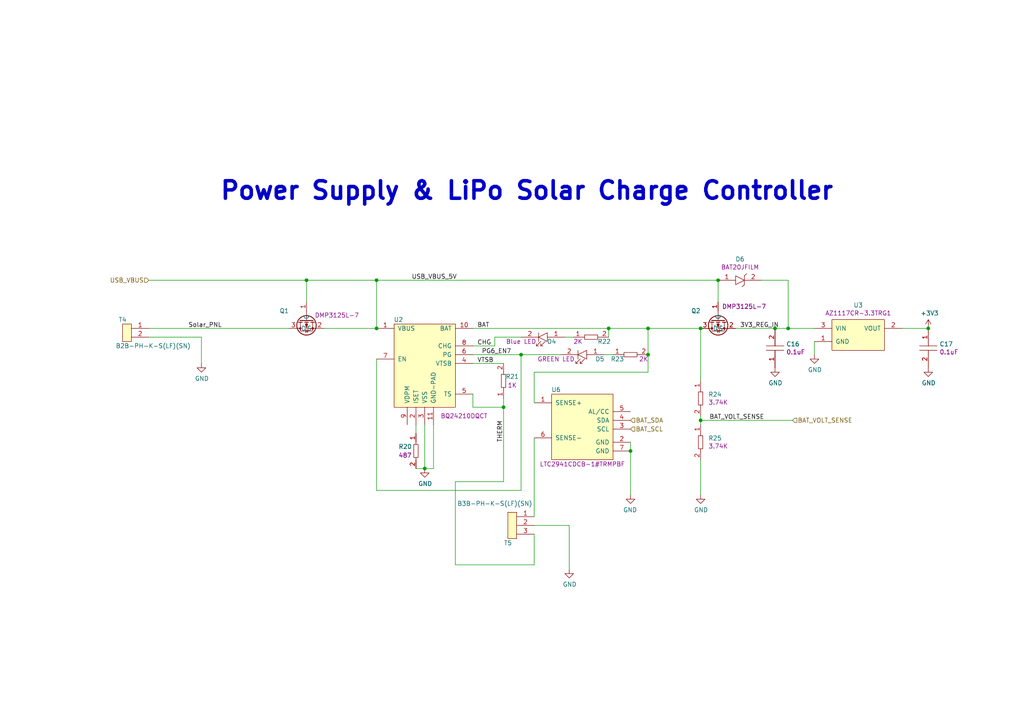
<source format=kicad_sch>
(kicad_sch (version 20231120) (generator "eeschema") (generator_version "8.0")
  (paper "A4")
  (lib_symbols
    (symbol "AVR-KiCAD-Lib-Capacitors:C0402C104K9PACTU" (pin_names (offset 1.016))
      (property "Reference" "C" (at -2.54 2.54 0))
      (property "_Value_" "0.1uF" (at 58.42 63.5 0))
      (symbol "C0402C104K9PACTU_1_1"
        (polyline (pts (xy 0 2.54) (xy 0 -2.54)))
        (polyline (pts (xy 1.27 2.54) (xy 1.27 -2.54)))
        (pin input line (at -5.08 0 0) (length 5.08) (name "~") (number "1"))
        (pin input line (at 6.35 0 180) (length 5.08) (name "~") (number "2"))
      )
    )
    (symbol "AVR-KiCAD-Lib-Capacitors:C0805C104M5RACTU" (pin_names (offset 1.016))
      (property "Reference" "C" (at -2.54 2.54 0))
      (property "_Value_" "0.1uF" (at 58.42 63.5 0))
      (symbol "C0805C104M5RACTU_1_1"
        (polyline (pts (xy 0 2.54) (xy 0 -2.54)))
        (polyline (pts (xy 1.27 2.54) (xy 1.27 -2.54)))
        (pin input line (at -5.08 0 0) (length 5.08) (name "~") (number "1"))
        (pin input line (at 6.35 0 180) (length 5.08) (name "~") (number "2"))
      )
    )
    (symbol "AVR-KiCAD-Lib-Connectors:B2B-PH-K-S(LF)(SN)" (pin_names (offset 1.016))
      (property "Reference" "J" (at 0 1.27 0))
      (property "Value" "B2B-PH-K-S(LF)(SN)" (at 3.81 -11.43 0))
      (symbol "B2B-PH-K-S(LF)(SN)_0_1"
        (rectangle (start 2.54 -5.08) (end 0 0) (fill (type background)))
      )
      (symbol "B2B-PH-K-S(LF)(SN)_1_1"
        (pin passive line (at 7.62 -1.27 180) (length 5.08) (name "~") (number "1"))
        (pin passive line (at 7.62 -3.81 180) (length 5.08) (name "~") (number "2"))
      )
    )
    (symbol "AVR-KiCAD-Lib-Connectors:B3B-PH-K-S(LF)(SN)" (pin_names (offset 1.016))
      (property "Reference" "J" (at 0 1.27 0))
      (property "Value" "B3B-PH-K-S(LF)(SN)" (at 3.81 -11.43 0))
      (symbol "B3B-PH-K-S(LF)(SN)_0_1"
        (rectangle (start 2.54 -7.62) (end 0 0) (fill (type background)))
      )
      (symbol "B3B-PH-K-S(LF)(SN)_1_1"
        (pin passive line (at 7.62 -1.27 180) (length 5.08) (name "~") (number "1"))
        (pin passive line (at 7.62 -3.81 180) (length 5.08) (name "~") (number "2"))
        (pin passive line (at 7.62 -6.35 180) (length 5.08) (name "~") (number "3"))
      )
    )
    (symbol "AVR-KiCAD-Lib-Diodes:BAT20JFILM" (pin_names (offset 1.016))
      (property "Reference" "D" (at -2.54 2.54 0))
      (property "_Value_" "BAT20JFILM" (at 58.42 63.5 0))
      (symbol "BAT20JFILM_0_1"
        (polyline (pts (xy 1.27 -1.27) (xy 0.635 -1.905)))
        (polyline (pts (xy 1.27 1.27) (xy 1.27 -1.27)))
        (polyline (pts (xy 1.27 1.27) (xy 1.905 1.905)))
        (polyline (pts (xy -1.27 1.27) (xy -1.27 -1.27) (xy 1.27 0) (xy -1.27 1.27)))
      )
      (symbol "BAT20JFILM_1_1"
        (pin passive line (at -6.35 0 0) (length 5.08) (name "~") (number "1"))
        (pin passive line (at 6.35 0 180) (length 5.08) (name "~") (number "2"))
      )
    )
    (symbol "AVR-KiCAD-Lib-Diodes:LTST-C194KGKT" (pin_names (offset 1.016))
      (property "Reference" "D" (at -2.54 2.54 0))
      (property "_Value_" "GREEN LED" (at 58.42 63.5 0))
      (symbol "LTST-C194KGKT_0_1"
        (polyline (pts (xy -0.635 1.27) (xy 0.635 2.54)))
        (polyline (pts (xy 0.635 2.54) (xy 0 2.54)))
        (polyline (pts (xy 0.635 2.54) (xy 0.635 1.905)))
        (polyline (pts (xy 1.27 -1.27) (xy 1.27 1.27)))
        (polyline (pts (xy 1.905 2.54) (xy 1.905 1.905)))
        (polyline (pts (xy 0.635 1.27) (xy 1.905 2.54) (xy 1.27 2.54)))
        (polyline (pts (xy -1.27 1.27) (xy -1.27 -1.27) (xy 1.27 0) (xy -1.27 1.27)))
      )
      (symbol "LTST-C194KGKT_1_1"
        (pin passive line (at -6.35 0 0) (length 5.08) (name "~") (number "1"))
        (pin passive line (at 6.35 0 180) (length 5.08) (name "~") (number "2"))
      )
    )
    (symbol "AVR-KiCAD-Lib-Diodes:LTST-C194TBKT" (pin_names (offset 1.016))
      (property "Reference" "D" (at -2.54 2.54 0))
      (property "_Value_" "Blue LED" (at 58.42 63.5 0))
      (symbol "LTST-C194TBKT_0_1"
        (polyline (pts (xy -0.635 1.27) (xy 0.635 2.54)))
        (polyline (pts (xy 0.635 2.54) (xy 0 2.54)))
        (polyline (pts (xy 0.635 2.54) (xy 0.635 1.905)))
        (polyline (pts (xy 1.27 -1.27) (xy 1.27 1.27)))
        (polyline (pts (xy 1.905 2.54) (xy 1.905 1.905)))
        (polyline (pts (xy 0.635 1.27) (xy 1.905 2.54) (xy 1.27 2.54)))
        (polyline (pts (xy -1.27 1.27) (xy -1.27 -1.27) (xy 1.27 0) (xy -1.27 1.27)))
      )
      (symbol "LTST-C194TBKT_1_1"
        (pin passive line (at -6.35 0 0) (length 5.08) (name "~") (number "1"))
        (pin passive line (at 6.35 0 180) (length 5.08) (name "~") (number "2"))
      )
    )
    (symbol "AVR-KiCAD-Lib-ICs:AZ1117CR-3.3TRG1" (pin_names (offset 1.016))
      (property "Reference" "U" (at 0 1.27 0))
      (property "_Value_" "AZ1117CR-3.3TRG1" (at 58.42 63.5 0))
      (symbol "AZ1117CR-3.3TRG1_1_1"
        (rectangle (start 0 0) (end 15.24 -8.89) (fill (type background)))
        (pin passive line (at -5.08 -6.35 0) (length 5.08) (name "GND") (number "1"))
        (pin power_out line (at 20.32 -2.54 180) (length 5.08) (name "VOUT") (number "2"))
        (pin power_in line (at -5.08 -2.54 0) (length 5.08) (name "VIN") (number "3"))
      )
    )
    (symbol "AVR-KiCAD-Lib-ICs:BQ24210DQCT" (pin_names (offset 1.016))
      (property "Reference" "U" (at 0 1.27 0))
      (property "_Value_" "BQ24210DQCT" (at 58.42 63.5 0))
      (symbol "BQ24210DQCT_1_1"
        (rectangle (start 0 0) (end 17.78 -24.13) (fill (type background)))
        (pin input line (at -5.08 -1.27 0) (length 5.08) (name "VBUS") (number "1"))
        (pin input line (at 22.86 -1.27 180) (length 5.08) (name "BAT") (number "10"))
        (pin input line (at 11.43 -29.21 90) (length 5.08) (name "GND-PAD") (number "11"))
        (pin input line (at 6.35 -29.21 90) (length 5.08) (name "ISET") (number "2"))
        (pin input line (at 8.89 -29.21 90) (length 5.08) (name "VSS") (number "3"))
        (pin input line (at 22.86 -11.43 180) (length 5.08) (name "VTSB") (number "4"))
        (pin input line (at 22.86 -20.32 180) (length 5.08) (name "TS") (number "5"))
        (pin input line (at 22.86 -8.89 180) (length 5.08) (name "PG") (number "6"))
        (pin input line (at -5.08 -10.16 0) (length 5.08) (name "EN") (number "7"))
        (pin input line (at 22.86 -6.35 180) (length 5.08) (name "CHG") (number "8"))
        (pin input line (at 3.81 -29.21 90) (length 5.08) (name "VDPM") (number "9"))
      )
    )
    (symbol "AVR-KiCAD-Lib-ICs:LTC2941CDCB-1#TRMPBF" (pin_names (offset 1.016))
      (property "Reference" "U" (at 1.27 1.27 0))
      (property "_Value_" "LTC2941CDCB-1#TRMPBF" (at 11.43 -20.32 0))
      (symbol "LTC2941CDCB-1#TRMPBF_0_1"
        (rectangle (start 0 0) (end 17.78 -19.05) (fill (type background)))
      )
      (symbol "LTC2941CDCB-1#TRMPBF_1_1"
        (pin input line (at 22.86 -2.54 180) (length 5.08) (name "SENSE+") (number "1"))
        (pin passive line (at -5.08 -13.97 0) (length 5.08) (name "GND") (number "2"))
        (pin input line (at -5.08 -10.16 0) (length 5.08) (name "SCL") (number "3"))
        (pin bidirectional line (at -5.08 -7.62 0) (length 5.08) (name "SDA") (number "4"))
        (pin output line (at -5.08 -5.08 0) (length 5.08) (name "AL/CC") (number "5"))
        (pin input line (at 22.86 -12.7 180) (length 5.08) (name "SENSE-") (number "6"))
        (pin passive line (at -5.08 -16.51 0) (length 5.08) (name "GND") (number "7"))
      )
    )
    (symbol "AVR-KiCAD-Lib-Resistors:ERA-3AEB3741V" (pin_names (offset 1.016))
      (property "Reference" "R" (at -2.54 2.54 0))
      (property "Value" "ERA-3AEB3741V" (at 1.27 5.08 0))
      (property "_Value_" "3.74K" (at 58.42 63.5 0))
      (symbol "ERA-3AEB3741V_0_1"
        (rectangle (start -1.905 0.635) (end 1.905 -0.635))
        (polyline (pts (xy -2.54 0) (xy -1.905 0)))
        (polyline (pts (xy -1.905 0) (xy -1.905 0)))
        (polyline (pts (xy 1.905 0) (xy 1.905 0)))
        (polyline (pts (xy 2.54 0) (xy 1.905 0)))
      )
      (symbol "ERA-3AEB3741V_1_1"
        (pin passive line (at -5.08 0 0) (length 2.5146) (name "~") (number "1"))
        (pin passive line (at 5.08 0 180) (length 2.5146) (name "~") (number "2"))
      )
    )
    (symbol "AVR-KiCAD-Lib-Resistors:RC0402FR-071KL" (pin_names (offset 1.016))
      (property "Reference" "R" (at -2.54 2.54 0))
      (property "Value" "RC0402FR-071KL" (at 1.27 5.08 0))
      (property "_Value_" "1K" (at 58.42 63.5 0))
      (symbol "RC0402FR-071KL_0_1"
        (rectangle (start -1.905 0.635) (end 1.905 -0.635))
        (polyline (pts (xy -2.54 0) (xy -1.905 0)))
        (polyline (pts (xy -1.905 0) (xy -1.905 0)))
        (polyline (pts (xy 1.905 0) (xy 1.905 0)))
        (polyline (pts (xy 2.54 0) (xy 1.905 0)))
      )
      (symbol "RC0402FR-071KL_1_1"
        (pin passive line (at -5.08 0 0) (length 2.5146) (name "~") (number "1"))
        (pin passive line (at 5.08 0 180) (length 2.5146) (name "~") (number "2"))
      )
    )
    (symbol "AVR-KiCAD-Lib-Resistors:RC0402FR-072KL" (pin_names (offset 1.016))
      (property "Reference" "R" (at -2.54 2.54 0))
      (property "Value" "RC0402FR-072KL" (at 1.27 5.08 0))
      (property "_Value_" "2K" (at 58.42 63.5 0))
      (symbol "RC0402FR-072KL_0_1"
        (rectangle (start -1.905 0.635) (end 1.905 -0.635))
        (polyline (pts (xy -2.54 0) (xy -1.905 0)))
        (polyline (pts (xy -1.905 0) (xy -1.905 0)))
        (polyline (pts (xy 1.905 0) (xy 1.905 0)))
        (polyline (pts (xy 2.54 0) (xy 1.905 0)))
      )
      (symbol "RC0402FR-072KL_1_1"
        (pin passive line (at -5.08 0 0) (length 2.5146) (name "~") (number "1"))
        (pin passive line (at 5.08 0 180) (length 2.5146) (name "~") (number "2"))
      )
    )
    (symbol "AVR-KiCAD-Lib-Resistors:RC0402FR-07487RL" (pin_names (offset 1.016))
      (property "Reference" "R" (at -2.54 2.54 0))
      (property "Value" "RC0402FR-07487RL" (at 1.27 5.08 0))
      (property "_Value_" "487" (at 58.42 63.5 0))
      (symbol "RC0402FR-07487RL_0_1"
        (rectangle (start -1.905 0.635) (end 1.905 -0.635))
        (polyline (pts (xy -2.54 0) (xy -1.905 0)))
        (polyline (pts (xy -1.905 0) (xy -1.905 0)))
        (polyline (pts (xy 1.905 0) (xy 1.905 0)))
        (polyline (pts (xy 2.54 0) (xy 1.905 0)))
      )
      (symbol "RC0402FR-07487RL_1_1"
        (pin passive line (at -5.08 0 0) (length 2.5146) (name "~") (number "1"))
        (pin passive line (at 5.08 0 180) (length 2.5146) (name "~") (number "2"))
      )
    )
    (symbol "AVR-KiCAD-Lib-Transistors:DMP3125L-7" (pin_names (offset 1.016))
      (property "Reference" "Q?" (at -3.81 3.81 0))
      (property "_Value_" "DMP3125L-7" (at 58.42 63.5 0))
      (symbol "DMP3125L-7_1_1"
        (circle (center -0.889 0) (radius 2.8194) (stroke (width 0.254)))
        (circle (center 0 -1.778) (radius 0.2794) (fill (type outline)))
        (polyline (pts (xy -5.08 0) (xy -2.286 0)))
        (polyline (pts (xy -1.778 -1.778) (xy 0 -1.778)))
        (polyline (pts (xy -1.778 -1.27) (xy -1.778 -2.286)) (stroke (width 0.254)))
        (polyline (pts (xy -1.778 0) (xy 0 0)))
        (polyline (pts (xy -1.778 0.508) (xy -1.778 -0.508)) (stroke (width 0.254)))
        (polyline (pts (xy -1.778 1.778) (xy 0 1.778)))
        (polyline (pts (xy -1.778 2.286) (xy -1.778 1.27)) (stroke (width 0.254)))
        (polyline (pts (xy 0 -1.778) (xy 0 -2.54)))
        (polyline (pts (xy 0 -1.778) (xy 0 0)))
        (polyline (pts (xy 0 2.54) (xy 0 1.778)))
        (polyline (pts (xy -2.286 1.905) (xy -2.286 -1.905) (xy -2.286 -1.905)) (stroke (width 0.254)))
        (polyline (pts (xy -0.254 0) (xy -1.27 -0.381) (xy -1.27 0.381) (xy -0.254 0)) (fill (type outline)))
        (polyline (pts (xy 0 -1.778) (xy 0.762 -1.778) (xy 0.762 1.778) (xy 0 1.778)))
        (polyline (pts (xy 0.254 -0.508) (xy 0.381 -0.381) (xy 1.143 -0.381) (xy 1.27 -0.254)))
        (polyline (pts (xy 0.762 -0.381) (xy 0.381 0.254) (xy 1.143 0.254) (xy 0.762 -0.381)))
        (circle (center 0 1.778) (radius 0.2794) (fill (type outline)))
        (pin input line (at -7.62 0 0) (length 2.54) (name "G") (number "1"))
        (pin passive line (at 0 -5.08 90) (length 2.54) (name "S") (number "2"))
        (pin passive line (at 0 5.08 270) (length 2.54) (name "D") (number "3"))
      )
    )
    (symbol "agricoltura-SunLeaf-S1G-rescue:+3V3-power" (power) (pin_names (offset 0))
      (property "Value" "power_+3V3" (at 0 3.556 0))
      (symbol "+3V3-power_0_1"
        (polyline (pts (xy -0.762 1.27) (xy 0 2.54)))
        (polyline (pts (xy 0 0) (xy 0 2.54)))
        (polyline (pts (xy 0 2.54) (xy 0.762 1.27)))
      )
      (symbol "+3V3-power_1_1"
        (pin power_in line (at 0 0 90) (length 0) hide (name "+3V3") (number "1"))
      )
    )
    (symbol "agricoltura-SunLeaf-S1G-rescue:GND-power" (power) (pin_names (offset 0))
      (property "Value" "power_GND" (at 0 -3.81 0))
      (symbol "GND-power_0_1"
        (polyline (pts (xy 0 0) (xy 0 -1.27) (xy 1.27 -1.27) (xy 0 -2.54) (xy -1.27 -1.27) (xy 0 -1.27)))
      )
      (symbol "GND-power_1_1"
        (pin power_in line (at 0 0 270) (length 0) hide (name "GND") (number "1"))
      )
    )
  )
  (junction (at 224.79 95.25))
  (junction (at 151.13 102.87))
  (junction (at 208.28 81.28))
  (junction (at 187.96 102.87))
  (junction (at 176.53 95.25))
  (junction (at 269.24 95.25))
  (junction (at 146.05 118.11))
  (junction (at 203.2 121.92))
  (junction (at 187.96 95.25))
  (junction (at 88.9 81.28))
  (junction (at 203.2 95.25))
  (junction (at 109.22 95.25))
  (junction (at 182.88 130.81))
  (junction (at 123.19 135.89))
  (junction (at 109.22 81.28))
  (junction (at 228.6 95.25))
  (wire (pts (xy 187.96 95.25) (xy 203.2 95.25)))
  (wire (pts (xy 208.28 81.28) (xy 208.28 87.63)))
  (wire (pts (xy 165.1 152.4) (xy 165.1 165.1)))
  (wire (pts (xy 88.9 81.28) (xy 43.18 81.28)))
  (wire (pts (xy 120.65 135.89) (xy 123.19 135.89)))
  (wire (pts (xy 151.13 142.24) (xy 109.22 142.24)))
  (wire (pts (xy 154.94 116.84) (xy 154.94 107.95)))
  (wire (pts (xy 137.16 100.33) (xy 143.51 100.33)))
  (wire (pts (xy 109.22 142.24) (xy 109.22 104.14)))
  (wire (pts (xy 88.9 87.63) (xy 88.9 81.28)))
  (wire (pts (xy 132.08 139.7) (xy 146.05 139.7)))
  (wire (pts (xy 146.05 118.11) (xy 146.05 139.7)))
  (wire (pts (xy 43.18 97.79) (xy 58.42 97.79)))
  (wire (pts (xy 203.2 121.92) (xy 203.2 123.19)))
  (wire (pts (xy 203.2 120.65) (xy 203.2 121.92)))
  (wire (pts (xy 154.94 152.4) (xy 165.1 152.4)))
  (wire (pts (xy 213.36 95.25) (xy 224.79 95.25)))
  (wire (pts (xy 58.42 97.79) (xy 58.42 105.41)))
  (wire (pts (xy 109.22 95.25) (xy 109.22 81.28)))
  (wire (pts (xy 154.94 107.95) (xy 187.96 107.95)))
  (wire (pts (xy 176.53 97.79) (xy 176.53 95.25)))
  (wire (pts (xy 176.53 95.25) (xy 187.96 95.25)))
  (wire (pts (xy 151.13 102.87) (xy 151.13 142.24)))
  (wire (pts (xy 154.94 163.83) (xy 154.94 154.94)))
  (wire (pts (xy 137.16 95.25) (xy 176.53 95.25)))
  (wire (pts (xy 43.18 95.25) (xy 83.82 95.25)))
  (wire (pts (xy 132.08 163.83) (xy 154.94 163.83)))
  (wire (pts (xy 132.08 163.83) (xy 132.08 139.7)))
  (wire (pts (xy 137.16 118.11) (xy 146.05 118.11)))
  (wire (pts (xy 261.62 95.25) (xy 269.24 95.25)))
  (wire (pts (xy 123.19 123.19) (xy 123.19 135.89)))
  (wire (pts (xy 146.05 118.11) (xy 146.05 115.57)))
  (wire (pts (xy 137.16 102.87) (xy 151.13 102.87)))
  (wire (pts (xy 203.2 121.92) (xy 229.87 121.92)))
  (wire (pts (xy 203.2 133.35) (xy 203.2 143.51)))
  (wire (pts (xy 125.73 135.89) (xy 125.73 123.19)))
  (wire (pts (xy 109.22 81.28) (xy 88.9 81.28)))
  (wire (pts (xy 228.6 81.28) (xy 228.6 95.25)))
  (wire (pts (xy 163.83 97.79) (xy 166.37 97.79)))
  (wire (pts (xy 208.28 81.28) (xy 109.22 81.28)))
  (wire (pts (xy 187.96 102.87) (xy 187.96 95.25)))
  (wire (pts (xy 123.19 135.89) (xy 125.73 135.89)))
  (wire (pts (xy 182.88 130.81) (xy 182.88 143.51)))
  (wire (pts (xy 120.65 123.19) (xy 120.65 125.73)))
  (wire (pts (xy 187.96 107.95) (xy 187.96 102.87)))
  (wire (pts (xy 143.51 97.79) (xy 143.51 100.33)))
  (wire (pts (xy 151.13 97.79) (xy 143.51 97.79)))
  (wire (pts (xy 154.94 149.86) (xy 154.94 127)))
  (wire (pts (xy 236.22 99.06) (xy 236.22 102.87)))
  (wire (pts (xy 151.13 102.87) (xy 162.56 102.87)))
  (wire (pts (xy 203.2 95.25) (xy 203.2 110.49)))
  (wire (pts (xy 224.79 95.25) (xy 228.6 95.25)))
  (wire (pts (xy 182.88 128.27) (xy 182.88 130.81)))
  (wire (pts (xy 137.16 105.41) (xy 146.05 105.41)))
  (wire (pts (xy 137.16 114.3) (xy 137.16 118.11)))
  (wire (pts (xy 175.26 102.87) (xy 177.8 102.87)))
  (wire (pts (xy 220.98 81.28) (xy 228.6 81.28)))
  (wire (pts (xy 109.22 95.25) (xy 93.98 95.25)))
  (wire (pts (xy 228.6 95.25) (xy 236.22 95.25)))
  (text "Power Supply & LiPo Solar Charge Controller" (at 63.5 58.42 0) (effects (font (size 5.08 5.08) (thickness 1.016) (bold yes)) (justify left bottom)))
  (label "CHG" (at 138.43 100.33 0))
  (label "3V3_REG_IN" (at 214.63 95.25 0))
  (label "THERM" (at 146.05 128.27 90))
  (label "PG6_EN7" (at 139.7 102.87 0))
  (label "USB_VBUS_5V" (at 119.38 81.28 0))
  (label "VTSB" (at 138.43 105.41 0))
  (label "BAT" (at 138.43 95.25 0))
  (label "BAT_VOLT_SENSE" (at 205.74 121.92 0))
  (label "Solar_PNL" (at 54.61 95.25 0))
  (hierarchical_label "BAT_SDA" (shape input) (at 182.88 121.92 0))
  (hierarchical_label "USB_VBUS" (shape input) (at 43.18 81.28 180))
  (hierarchical_label "BAT_SCL" (shape input) (at 182.88 124.46 0))
  (hierarchical_label "BAT_VOLT_SENSE" (shape input) (at 229.87 121.92 0))
  (symbol (lib_id "AVR-KiCAD-Lib-Transistors:DMP3125L-7") (at 88.9 95.25 90) (mirror x) (unit 1)
    (property "Reference" "Q1" (at 83.82 90.17 90) (effects (justify left)))
    (property "Value" "DMP3125L-7" (effects (hide yes)))
    (property "Footprint" "growbox-KiCAD-Transistors:SOT-23" (effects (hide yes)))
    (property "Datasheet" "https://www.diodes.com/assets/Datasheets/DMP3125L.pdf" (effects (hide yes)))
    (property "Cost QTY: 1" "0.46000" (effects (hide yes)))
    (property "Cost QTY: 1000" "0.09759" (effects (hide yes)))
    (property "Cost QTY: 2500" "*" (effects (hide yes)))
    (property "Cost QTY: 5000" "0.08324" (effects (hide yes)))
    (property "Cost QTY: 10000" "0.07624" (effects (hide yes)))
    (property "MFR" "Diodes Incorporated" (effects (hide yes)))
    (property "MFR#" "DMP3125L-7" (effects (hide yes)))
    (property "Vendor" "Digikey" (effects (hide yes)))
    (property "Vendor #" "DMP3125L-7DICT-ND" (effects (hide yes)))
    (property "Designer" "AVR" (effects (hide yes)))
    (property "Height" "1.10mm" (effects (hide yes)))
    (property "Date Created" "3/1/2020" (effects (hide yes)))
    (property "Date Modified" "3/1/2020" (effects (hide yes)))
    (property "Lead-Free ?" "Yes" (effects (hide yes)))
    (property "RoHS Levels" "1" (effects (hide yes)))
    (property "Mounting" "SMT" (effects (hide yes)))
    (property "Pin Count #" "3" (effects (hide yes)))
    (property "Status" "Active" (effects (hide yes)))
    (property "Tolerance" "*" (effects (hide yes)))
    (property "Type" "P-Channel MOSFET" (effects (hide yes)))
    (property "Voltage" "20V" (effects (hide yes)))
    (property "Package" "SOT23" (effects (hide yes)))
    (property "Description" "P-Channel 30V 2.5A (Ta) 650mW (Ta) Surface Mount SOT-23" (effects (hide yes)))
    (property "_Value_" "DMP3125L-7" (at 104.14 91.44 90) (effects (justify left)))
    (property "Management_ID" "*" (effects (hide yes)))
  )
  (symbol (lib_id "AVR-KiCAD-Lib-ICs:BQ24210DQCT") (at 114.3 93.98 0) (unit 1)
    (property "Reference" "U2" (at 115.57 92.71 0))
    (property "Value" "BQ24210DQCT" (effects (hide yes)))
    (property "Footprint" "growbox-KiCAD-ICs:BQ24210" (effects (hide yes)))
    (property "Datasheet" "http://www.ti.com/general/docs/suppproductinfo.tsp?distId=10&gotoUrl=http%3A%2F%2Fwww.ti.com%2Flit%2Fgpn%2Fbq24210" (effects (hide yes)))
    (property "Cost QTY: 1" "2.95000" (effects (hide yes)))
    (property "Cost QTY: 1000" "*" (effects (hide yes)))
    (property "Cost QTY: 2500" "*" (effects (hide yes)))
    (property "Cost QTY: 5000" "*" (effects (hide yes)))
    (property "Cost QTY: 10000" "*" (effects (hide yes)))
    (property "MFR" "Texas Instruments" (effects (hide yes)))
    (property "MFR#" "BQ24210DQCT" (effects (hide yes)))
    (property "Vendor" "Digikey" (effects (hide yes)))
    (property "Vendor #" "296-28738-1-ND" (effects (hide yes)))
    (property "Designer" "AVR" (effects (hide yes)))
    (property "Height" "0.8mm" (effects (hide yes)))
    (property "Date Created" "6/4/2020" (effects (hide yes)))
    (property "Date Modified" "6/4/2020" (effects (hide yes)))
    (property "Lead-Free ?" "Yes" (effects (hide yes)))
    (property "RoHS Levels" "1" (effects (hide yes)))
    (property "Mounting" "SMT" (effects (hide yes)))
    (property "Pin Count #" "10" (effects (hide yes)))
    (property "Status" "Active" (effects (hide yes)))
    (property "Tolerance" "*" (effects (hide yes)))
    (property "Type" "Battery Charger and BMS" (effects (hide yes)))
    (property "Voltage" "18V MAX IN, 4.2V BATT MAX" (effects (hide yes)))
    (property "Package" "WSON10" (effects (hide yes)))
    (property "Description" "Charger IC Lithium-Ion 10-WSON (3x2)" (effects (hide yes)))
    (property "_Value_" "BQ24210DQCT" (at 134.62 120.65 0))
    (property "Management_ID" "*" (effects (hide yes)))
  )
  (symbol (lib_id "AVR-KiCAD-Lib-Diodes:LTST-C194TBKT") (at 157.48 97.79 180) (unit 1)
    (property "Reference" "D4" (at 160.02 99.06 0))
    (property "Value" "LTST-C194TBKT" (effects (hide yes)))
    (property "Footprint" "AVR-KiCAD-Lib-Diodes:LED0603" (effects (hide yes)))
    (property "Datasheet" "http://optoelectronics.liteon.com/upload/download/DS22-2010-0025/LTST-C194TBKT.PDF" (effects (hide yes)))
    (property "Cost QTY: 1" "0.42000" (effects (hide yes)))
    (property "Cost QTY: 1000" "0.07797" (effects (hide yes)))
    (property "Cost QTY: 2500" "*" (effects (hide yes)))
    (property "Cost QTY: 5000" "0.06102" (effects (hide yes)))
    (property "Cost QTY: 10000" "0.05424" (effects (hide yes)))
    (property "MFR" "Lite-On Inc." (effects (hide yes)))
    (property "MFR#" "LTST-C194TBKT" (effects (hide yes)))
    (property "Vendor" "Digikey" (effects (hide yes)))
    (property "Vendor #" "160-1837-2-ND" (effects (hide yes)))
    (property "Designer" "AVR" (effects (hide yes)))
    (property "Height" "0.45mm" (effects (hide yes)))
    (property "Date Created" "3/1/2020" (effects (hide yes)))
    (property "Date Modified" "3/1/2020" (effects (hide yes)))
    (property "Lead-Free ?" "Yes" (effects (hide yes)))
    (property "RoHS Levels" "1" (effects (hide yes)))
    (property "Mounting" "SMT" (effects (hide yes)))
    (property "Pin Count #" "2" (effects (hide yes)))
    (property "Status" "Active" (effects (hide yes)))
    (property "Tolerance" "*" (effects (hide yes)))
    (property "Type" "Blue LED Colorless" (effects (hide yes)))
    (property "Voltage" "3.3V" (effects (hide yes)))
    (property "Package" "0603" (effects (hide yes)))
    (property "Description" "Blue 468nm LED Indication - Discrete 3.3V 0603 (1608 Metric)" (effects (hide yes)))
    (property "_Value_" "Blue LED" (at 151.13 99.06 0))
    (property "Management_ID" "*" (effects (hide yes)))
  )
  (symbol (lib_id "AVR-KiCAD-Lib-Resistors:RC0402FR-072KL") (at 171.45 97.79 0) (unit 1)
    (property "Reference" "R22" (at 175.26 99.06 0))
    (property "Value" "RC0402FR-072KL" (effects (hide yes)))
    (property "Footprint" "AVR-KiCAD-Lib-Resistors:R0402" (effects (hide yes)))
    (property "Datasheet" "https://www.yageo.com/upload/media/product/productsearch/datasheet/rchip/PYu-RC_Group_51_RoHS_L_10.pdf" (effects (hide yes)))
    (property "Cost QTY: 1" "0.10000" (effects (hide yes)))
    (property "Cost QTY: 1000" "0.00289" (effects (hide yes)))
    (property "Cost QTY: 2500" "0.00251" (effects (hide yes)))
    (property "Cost QTY: 5000" "0.00207" (effects (hide yes)))
    (property "Cost QTY: 10000" "0.00163" (effects (hide yes)))
    (property "MFR" "Yageo" (effects (hide yes)))
    (property "MFR#" "RC0402FR-072KL" (effects (hide yes)))
    (property "Vendor" "Digikey" (effects (hide yes)))
    (property "Vendor #" "311-2KLRCT-ND" (effects (hide yes)))
    (property "Designer" "AVR" (effects (hide yes)))
    (property "Height" "0.4mm" (effects (hide yes)))
    (property "Date Created" "7/6/2020" (effects (hide yes)))
    (property "Date Modified" "7/6/2020" (effects (hide yes)))
    (property "Lead-Free ?" "Yes" (effects (hide yes)))
    (property "RoHS Levels" "1" (effects (hide yes)))
    (property "Mounting" "SMT" (effects (hide yes)))
    (property "Pin Count #" "2" (effects (hide yes)))
    (property "Status" "Active" (effects (hide yes)))
    (property "Tolerance" "1%" (effects (hide yes)))
    (property "Type" "Resistor" (effects (hide yes)))
    (property "Voltage" "*" (effects (hide yes)))
    (property "Package" "0402" (effects (hide yes)))
    (property "_Value_" "2K" (at 167.64 99.06 0))
    (property "Description" "2 kOhms ±1% 0.063W, 1/16W Chip Resistor 0402 (1005 Metric) Moisture Resistant Thick Film" (effects (hide yes)))
    (property "Management_ID" "*" (effects (hide yes)))
  )
  (symbol (lib_id "AVR-KiCAD-Lib-Resistors:RC0402FR-072KL") (at 182.88 102.87 0) (unit 1)
    (property "Reference" "R23" (at 179.07 104.14 0))
    (property "Value" "RC0402FR-072KL" (effects (hide yes)))
    (property "Footprint" "AVR-KiCAD-Lib-Resistors:R0402" (effects (hide yes)))
    (property "Datasheet" "https://www.yageo.com/upload/media/product/productsearch/datasheet/rchip/PYu-RC_Group_51_RoHS_L_10.pdf" (effects (hide yes)))
    (property "Cost QTY: 1" "0.10000" (effects (hide yes)))
    (property "Cost QTY: 1000" "0.00289" (effects (hide yes)))
    (property "Cost QTY: 2500" "0.00251" (effects (hide yes)))
    (property "Cost QTY: 5000" "0.00207" (effects (hide yes)))
    (property "Cost QTY: 10000" "0.00163" (effects (hide yes)))
    (property "MFR" "Yageo" (effects (hide yes)))
    (property "MFR#" "RC0402FR-072KL" (effects (hide yes)))
    (property "Vendor" "Digikey" (effects (hide yes)))
    (property "Vendor #" "311-2KLRCT-ND" (effects (hide yes)))
    (property "Designer" "AVR" (effects (hide yes)))
    (property "Height" "0.4mm" (effects (hide yes)))
    (property "Date Created" "7/6/2020" (effects (hide yes)))
    (property "Date Modified" "7/6/2020" (effects (hide yes)))
    (property "Lead-Free ?" "Yes" (effects (hide yes)))
    (property "RoHS Levels" "1" (effects (hide yes)))
    (property "Mounting" "SMT" (effects (hide yes)))
    (property "Pin Count #" "2" (effects (hide yes)))
    (property "Status" "Active" (effects (hide yes)))
    (property "Tolerance" "1%" (effects (hide yes)))
    (property "Type" "Resistor" (effects (hide yes)))
    (property "Voltage" "*" (effects (hide yes)))
    (property "Package" "0402" (effects (hide yes)))
    (property "_Value_" "2K" (at 186.69 104.14 0))
    (property "Description" "2 kOhms ±1% 0.063W, 1/16W Chip Resistor 0402 (1005 Metric) Moisture Resistant Thick Film" (effects (hide yes)))
    (property "Management_ID" "*" (effects (hide yes)))
  )
  (symbol (lib_id "AVR-KiCAD-Lib-Resistors:RC0402FR-071KL") (at 146.05 110.49 90) (unit 1)
    (property "Reference" "R21" (at 148.59 109.22 90))
    (property "Value" "RC0402FR-071KL" (effects (hide yes)))
    (property "Footprint" "AVR-KiCAD-Lib-Resistors:R0402" (effects (hide yes)))
    (property "Datasheet" "https://www.yageo.com/upload/media/product/productsearch/datasheet/rchip/PYu-RC_Group_51_RoHS_L_10.pdf" (effects (hide yes)))
    (property "Cost QTY: 1" "0.10000" (effects (hide yes)))
    (property "Cost QTY: 1000" "0.00289" (effects (hide yes)))
    (property "Cost QTY: 2500" "0.00251" (effects (hide yes)))
    (property "Cost QTY: 5000" "0.00207" (effects (hide yes)))
    (property "Cost QTY: 10000" "0.00163" (effects (hide yes)))
    (property "MFR" "Yageo" (effects (hide yes)))
    (property "MFR#" "RC0402FR-071KL" (effects (hide yes)))
    (property "Vendor" "Digikey" (effects (hide yes)))
    (property "Vendor #" "311-1.00KLRTR-ND" (effects (hide yes)))
    (property "Designer" "AVR" (effects (hide yes)))
    (property "Height" "0.4mm" (effects (hide yes)))
    (property "Date Created" "12/11/2019" (effects (hide yes)))
    (property "Date Modified" "12/11/2019" (effects (hide yes)))
    (property "Lead-Free ?" "Yes" (effects (hide yes)))
    (property "RoHS Levels" "1" (effects (hide yes)))
    (property "Mounting" "SMT" (effects (hide yes)))
    (property "Pin Count #" "2" (effects (hide yes)))
    (property "Status" "Active" (effects (hide yes)))
    (property "Tolerance" "1%" (effects (hide yes)))
    (property "Type" "Thick Film Resistor" (effects (hide yes)))
    (property "Voltage" "*" (effects (hide yes)))
    (property "Package" "0402" (effects (hide yes)))
    (property "_Value_" "1K" (at 148.59 111.76 90))
    (property "Management_ID" "*" (effects (hide yes)))
    (property "Description" " kOhms ±1% 0.063W, 1/16W Chip Resistor 0402 (1005 Metric) Moisture Resistant Thick Film" (effects (hide yes)))
  )
  (symbol (lib_id "AVR-KiCAD-Lib-ICs:AZ1117CR-3.3TRG1") (at 241.3 92.71 0) (unit 1)
    (property "Reference" "U3" (at 248.92 88.519 0))
    (property "Value" "AZ1117CR-3.3TRG1" (effects (hide yes)))
    (property "Footprint" "AVR-KiCAD-Lib-ICs:SOT_89" (effects (hide yes)))
    (property "Datasheet" "https://www.diodes.com/assets/Datasheets/AZ1117C.pdf" (effects (hide yes)))
    (property "Cost QTY: 1" "0.40000" (effects (hide yes)))
    (property "Cost QTY: 1000" "0.09898" (effects (hide yes)))
    (property "Cost QTY: 2500" "*" (effects (hide yes)))
    (property "Cost QTY: 5000" "0.08413" (effects (hide yes)))
    (property "Cost QTY: 10000" "0.07671" (effects (hide yes)))
    (property "MFR" "Diodes Incorporated" (effects (hide yes)))
    (property "MFR#" "AZ1117CR-3.3TRG1" (effects (hide yes)))
    (property "Vendor" "Digikey" (effects (hide yes)))
    (property "Vendor #" "AZ1117CR-3.3TRG1DITR-ND" (effects (hide yes)))
    (property "Designer" "AVR" (effects (hide yes)))
    (property "Height" "1.6mm" (effects (hide yes)))
    (property "Date Created" "7/9/2020" (effects (hide yes)))
    (property "Date Modified" "7/9/2020" (effects (hide yes)))
    (property "Lead-Free ?" "Yes" (effects (hide yes)))
    (property "RoHS Levels" "1" (effects (hide yes)))
    (property "Mounting" "SMT" (effects (hide yes)))
    (property "Pin Count #" "3" (effects (hide yes)))
    (property "Status" "Active" (effects (hide yes)))
    (property "Tolerance" "*" (effects (hide yes)))
    (property "Type" "IC, LDO" (effects (hide yes)))
    (property "Voltage" "15IN, 3V3 OUT" (effects (hide yes)))
    (property "Package" "SOT-89" (effects (hide yes)))
    (property "Description" "Linear Voltage Regulator IC  1 Output  800mA SOT-89" (effects (hide yes)))
    (property "_Value_" "AZ1117CR-3.3TRG1" (at 248.92 90.8304 0))
    (property "Management_ID" "*" (effects (hide yes)))
  )
  (symbol (lib_id "AVR-KiCAD-Lib-Resistors:ERA-3AEB3741V") (at 203.2 115.57 270) (unit 1)
    (property "Reference" "R24" (at 205.4352 114.4016 90) (effects (justify left)))
    (property "Value" "ERA-3AEB3741V" (effects (hide yes)))
    (property "Footprint" "AVR-KiCAD-Lib-Resistors:R0603" (effects (hide yes)))
    (property "Datasheet" "https://industrial.panasonic.com/cdbs/www-data/pdf/RDM0000/AOA0000C307.pdf" (effects (hide yes)))
    (property "Cost QTY: 1" "0.34000" (effects (hide yes)))
    (property "Cost QTY: 1000" "0.04673" (effects (hide yes)))
    (property "Cost QTY: 2500" "0.04284" (effects (hide yes)))
    (property "Cost QTY: 5000" "0.03540" (effects (hide yes)))
    (property "Cost QTY: 10000" "0.03304" (effects (hide yes)))
    (property "MFR" "Panasonic Electronic Components" (effects (hide yes)))
    (property "MFR#" "ERA-3AEB3741V" (effects (hide yes)))
    (property "Vendor" "Digikey" (effects (hide yes)))
    (property "Vendor #" "P3.74KDBTR-ND" (effects (hide yes)))
    (property "Designer" "AVR" (effects (hide yes)))
    (property "Height" "0.55mm" (effects (hide yes)))
    (property "Date Created" "7/9/2020" (effects (hide yes)))
    (property "Date Modified" "7/9/2020" (effects (hide yes)))
    (property "Lead-Free ?" "Yes" (effects (hide yes)))
    (property "RoHS Levels" "1" (effects (hide yes)))
    (property "Mounting" "SMT" (effects (hide yes)))
    (property "Pin Count #" "2" (effects (hide yes)))
    (property "Status" "Active" (effects (hide yes)))
    (property "Tolerance" "1%" (effects (hide yes)))
    (property "Type" "Resistor" (effects (hide yes)))
    (property "Voltage" "*" (effects (hide yes)))
    (property "Package" "0603" (effects (hide yes)))
    (property "_Value_" "3.74K" (at 205.4352 116.713 90) (effects (justify left)))
    (property "Management_ID" "*" (effects (hide yes)))
    (property "Description" "3.74 kOhms ±0.1% 0.1W, 1/10W Chip Resistor 0603 (1608 Metric) Automotive AEC-Q200 Thin Film" (effects (hide yes)))
  )
  (symbol (lib_id "AVR-KiCAD-Lib-Diodes:LTST-C194KGKT") (at 168.91 102.87 180) (unit 1)
    (property "Reference" "D5" (at 173.99 104.14 0))
    (property "Value" "LTST-C194KGKT" (effects (hide yes)))
    (property "Footprint" "AVR-KiCAD-Lib-Diodes:LED0603" (effects (hide yes)))
    (property "Datasheet" "https://optoelectronics.liteon.com/upload/download/DS22-2010-0197/LTST-C194KGKT.PDF" (effects (hide yes)))
    (property "Cost QTY: 1" "0.39000" (effects (hide yes)))
    (property "Cost QTY: 1000" "0.07027" (effects (hide yes)))
    (property "Cost QTY: 2500" "0.06877" (effects (hide yes)))
    (property "Cost QTY: 5000" "0.05980" (effects (hide yes)))
    (property "Cost QTY: 10000" "0.05382" (effects (hide yes)))
    (property "MFR" "Lite-On Inc." (effects (hide yes)))
    (property "MFR#" "LTST-C194KGKT" (effects (hide yes)))
    (property "Vendor" "Digikey" (effects (hide yes)))
    (property "Vendor #" "160-1834-2-ND" (effects (hide yes)))
    (property "Designer" "AVR" (effects (hide yes)))
    (property "Height" "0.45mm" (effects (hide yes)))
    (property "Date Created" "5/31/2020" (effects (hide yes)))
    (property "Date Modified" "5/31/2020" (effects (hide yes)))
    (property "Lead-Free ?" "Yes" (effects (hide yes)))
    (property "RoHS Levels" "1" (effects (hide yes)))
    (property "Mounting" "SMT" (effects (hide yes)))
    (property "Pin Count #" "2" (effects (hide yes)))
    (property "Status" "Active" (effects (hide yes)))
    (property "Tolerance" "*" (effects (hide yes)))
    (property "Type" "LED GREEN CLEAR SMD" (effects (hide yes)))
    (property "Voltage" "2.1V" (effects (hide yes)))
    (property "Package" "0603" (effects (hide yes)))
    (property "Description" "Green 572nm LED Indication - Discrete 2.1V 0603 (1608 Metric)" (effects (hide yes)))
    (property "_Value_" "GREEN LED" (at 161.29 104.14 0))
    (property "Management_ID" "*" (effects (hide yes)))
  )
  (symbol (lib_id "AVR-KiCAD-Lib-Resistors:RC0402FR-07487RL") (at 120.65 130.81 270) (unit 1)
    (property "Reference" "R20" (at 115.57 129.54 90) (effects (justify left)))
    (property "Value" "RC0402FR-07487RL" (effects (hide yes)))
    (property "Footprint" "AVR-KiCAD-Lib-Resistors:R0402" (effects (hide yes)))
    (property "Datasheet" "https://www.yageo.com/upload/media/product/productsearch/datasheet/rchip/PYu-RC_Group_51_RoHS_L_10.pdf" (effects (hide yes)))
    (property "Cost QTY: 1" "0.10000" (effects (hide yes)))
    (property "Cost QTY: 1000" "0.00289" (effects (hide yes)))
    (property "Cost QTY: 2500" "0.00251" (effects (hide yes)))
    (property "Cost QTY: 5000" "0.00207" (effects (hide yes)))
    (property "Cost QTY: 10000" "0.00163" (effects (hide yes)))
    (property "MFR" "Yageo" (effects (hide yes)))
    (property "MFR#" "RC0402FR-07487RL" (effects (hide yes)))
    (property "Vendor" "Digikey" (effects (hide yes)))
    (property "Vendor #" "YAG2373CT-ND" (effects (hide yes)))
    (property "Designer" "AVR" (effects (hide yes)))
    (property "Height" "0.4mm" (effects (hide yes)))
    (property "Date Created" "6/4/2020" (effects (hide yes)))
    (property "Date Modified" "6/4/2020" (effects (hide yes)))
    (property "Lead-Free ?" "Yes" (effects (hide yes)))
    (property "RoHS Levels" "1" (effects (hide yes)))
    (property "Mounting" "SMT" (effects (hide yes)))
    (property "Pin Count #" "2" (effects (hide yes)))
    (property "Status" "Active" (effects (hide yes)))
    (property "Tolerance" "1%" (effects (hide yes)))
    (property "Type" "Chip Resistor" (effects (hide yes)))
    (property "Voltage" "*" (effects (hide yes)))
    (property "Package" "0402" (effects (hide yes)))
    (property "_Value_" "487" (at 115.57 132.08 90) (effects (justify left)))
    (property "Management_ID" "*" (effects (hide yes)))
    (property "Description" "487 Ohms ±1% 0.063W, 1/16W Chip Resistor 0402 (1005 Metric) Moisture Resistant Thick Film" (effects (hide yes)))
  )
  (symbol (lib_id "agricoltura-SunLeaf-S1G-rescue:GND-power") (at 123.19 135.89 0) (unit 1)
    (property "Reference" "#PWR023" (effects (hide yes)))
    (property "Value" "GND" (at 123.317 140.2842 0))
  )
  (symbol (lib_id "AVR-KiCAD-Lib-Resistors:ERA-3AEB3741V") (at 203.2 128.27 270) (unit 1)
    (property "Reference" "R25" (at 205.4352 127.1016 90) (effects (justify left)))
    (property "Value" "ERA-3AEB3741V" (effects (hide yes)))
    (property "Footprint" "AVR-KiCAD-Lib-Resistors:R0603" (effects (hide yes)))
    (property "Datasheet" "https://industrial.panasonic.com/cdbs/www-data/pdf/RDM0000/AOA0000C307.pdf" (effects (hide yes)))
    (property "Cost QTY: 1" "0.34000" (effects (hide yes)))
    (property "Cost QTY: 1000" "0.04673" (effects (hide yes)))
    (property "Cost QTY: 2500" "0.04284" (effects (hide yes)))
    (property "Cost QTY: 5000" "0.03540" (effects (hide yes)))
    (property "Cost QTY: 10000" "0.03304" (effects (hide yes)))
    (property "MFR" "Panasonic Electronic Components" (effects (hide yes)))
    (property "MFR#" "ERA-3AEB3741V" (effects (hide yes)))
    (property "Vendor" "Digikey" (effects (hide yes)))
    (property "Vendor #" "P3.74KDBTR-ND" (effects (hide yes)))
    (property "Designer" "AVR" (effects (hide yes)))
    (property "Height" "0.55mm" (effects (hide yes)))
    (property "Date Created" "7/9/2020" (effects (hide yes)))
    (property "Date Modified" "7/9/2020" (effects (hide yes)))
    (property "Lead-Free ?" "Yes" (effects (hide yes)))
    (property "RoHS Levels" "1" (effects (hide yes)))
    (property "Mounting" "SMT" (effects (hide yes)))
    (property "Pin Count #" "2" (effects (hide yes)))
    (property "Status" "Active" (effects (hide yes)))
    (property "Tolerance" "1%" (effects (hide yes)))
    (property "Type" "Resistor" (effects (hide yes)))
    (property "Voltage" "*" (effects (hide yes)))
    (property "Package" "0603" (effects (hide yes)))
    (property "_Value_" "3.74K" (at 205.4352 129.413 90) (effects (justify left)))
    (property "Management_ID" "*" (effects (hide yes)))
    (property "Description" "3.74 kOhms ±0.1% 0.1W, 1/10W Chip Resistor 0603 (1608 Metric) Automotive AEC-Q200 Thin Film" (effects (hide yes)))
  )
  (symbol (lib_id "agricoltura-SunLeaf-S1G-rescue:GND-power") (at 165.1 165.1 0) (unit 1)
    (property "Reference" "#PWR024" (effects (hide yes)))
    (property "Value" "GND" (at 165.227 169.4942 0))
  )
  (symbol (lib_id "agricoltura-SunLeaf-S1G-rescue:GND-power") (at 236.22 102.87 0) (unit 1)
    (property "Reference" "#PWR026" (effects (hide yes)))
    (property "Value" "GND" (at 236.347 107.2642 0))
  )
  (symbol (lib_id "AVR-KiCAD-Lib-Transistors:DMP3125L-7") (at 208.28 95.25 90) (mirror x) (unit 1)
    (property "Reference" "Q2" (at 203.2 90.17 90) (effects (justify left)))
    (property "Value" "DMP3125L-7" (effects (hide yes)))
    (property "Footprint" "growbox-KiCAD-Transistors:SOT-23" (effects (hide yes)))
    (property "Datasheet" "https://www.diodes.com/assets/Datasheets/DMP3125L.pdf" (effects (hide yes)))
    (property "Cost QTY: 1" "0.46000" (effects (hide yes)))
    (property "Cost QTY: 1000" "0.09759" (effects (hide yes)))
    (property "Cost QTY: 2500" "*" (effects (hide yes)))
    (property "Cost QTY: 5000" "0.08324" (effects (hide yes)))
    (property "Cost QTY: 10000" "0.07624" (effects (hide yes)))
    (property "MFR" "Diodes Incorporated" (effects (hide yes)))
    (property "MFR#" "DMP3125L-7" (effects (hide yes)))
    (property "Vendor" "Digikey" (effects (hide yes)))
    (property "Vendor #" "DMP3125L-7DICT-ND" (effects (hide yes)))
    (property "Designer" "AVR" (effects (hide yes)))
    (property "Height" "1.10mm" (effects (hide yes)))
    (property "Date Created" "3/1/2020" (effects (hide yes)))
    (property "Date Modified" "3/1/2020" (effects (hide yes)))
    (property "Lead-Free ?" "Yes" (effects (hide yes)))
    (property "RoHS Levels" "1" (effects (hide yes)))
    (property "Mounting" "SMT" (effects (hide yes)))
    (property "Pin Count #" "3" (effects (hide yes)))
    (property "Status" "Active" (effects (hide yes)))
    (property "Tolerance" "*" (effects (hide yes)))
    (property "Type" "P-Channel MOSFET" (effects (hide yes)))
    (property "Voltage" "20V" (effects (hide yes)))
    (property "Package" "SOT23" (effects (hide yes)))
    (property "Description" "P-Channel 30V 2.5A (Ta) 650mW (Ta) Surface Mount SOT-23" (effects (hide yes)))
    (property "_Value_" "DMP3125L-7" (at 222.25 88.9 90) (effects (justify left)))
    (property "Management_ID" "*" (effects (hide yes)))
  )
  (symbol (lib_id "AVR-KiCAD-Lib-ICs:LTC2941CDCB-1#TRMPBF") (at 177.8 114.3 0) (mirror y) (unit 1)
    (property "Reference" "U6" (at 161.29 113.03 0))
    (property "Value" "LTC2941CDCB-1#TRMPBF" (effects (hide yes)))
    (property "Footprint" "AVR-KiCAD-Lib-ICs:LTC2941CDCB-1-TRMPBF" (effects (hide yes)))
    (property "Datasheet" "https://www.analog.com/media/en/technical-documentation/data-sheets/29411f.pdf" (effects (hide yes)))
    (property "Cost QTY: 1" "4.25000" (effects (hide yes)))
    (property "Cost QTY: 1000" "*" (effects (hide yes)))
    (property "Cost QTY: 2500" "*" (effects (hide yes)))
    (property "Cost QTY: 5000" "*" (effects (hide yes)))
    (property "Cost QTY: 10000" "*" (effects (hide yes)))
    (property "MFR" "Linear Technology/Analog Devices" (effects (hide yes)))
    (property "MFR#" "LTC2941CDCB-1#TRMPBF" (effects (hide yes)))
    (property "Vendor" "Digikey" (effects (hide yes)))
    (property "Vendor #" "LTC2941CDCB-1#TRMPBFCT-ND" (effects (hide yes)))
    (property "Designer" "AVR" (effects (hide yes)))
    (property "Height" "0.75mm" (effects (hide yes)))
    (property "Date Created" "6/4/2020" (effects (hide yes)))
    (property "Date Modified" "6/4/2020" (effects (hide yes)))
    (property "Lead-Free ?" "Yes" (effects (hide yes)))
    (property "RoHS Levels" "1" (effects (hide yes)))
    (property "Mounting" "SMT" (effects (hide yes)))
    (property "Pin Count #" "7" (effects (hide yes)))
    (property "Status" "Active" (effects (hide yes)))
    (property "Tolerance" "*" (effects (hide yes)))
    (property "Type" "Coulomb Counter" (effects (hide yes)))
    (property "Voltage" "*" (effects (hide yes)))
    (property "Package" "6DFN" (effects (hide yes)))
    (property "_Value_" "LTC2941CDCB-1#TRMPBF" (at 168.91 134.62 0))
    (property "Description" "Battery Battery Monitor IC Lithium-Ion 6-DFN (2x3)" (effects (hide yes)))
    (property "Management_ID" "*" (effects (hide yes)))
  )
  (symbol (lib_id "agricoltura-SunLeaf-S1G-rescue:GND-power") (at 182.88 143.51 0) (mirror y) (unit 1)
    (property "Reference" "#PWR0121" (effects (hide yes)))
    (property "Value" "GND" (at 182.753 147.9042 0))
  )
  (symbol (lib_id "agricoltura-SunLeaf-S1G-rescue:GND-power") (at 58.42 105.41 0) (unit 1)
    (property "Reference" "#PWR022" (effects (hide yes)))
    (property "Value" "GND" (at 58.547 109.8042 0))
  )
  (symbol (lib_id "AVR-KiCAD-Lib-Capacitors:C0402C104K9PACTU") (at 269.24 100.33 270) (unit 1)
    (property "Reference" "C17" (at 272.4912 99.7966 90) (effects (justify left)))
    (property "Value" "C0402C104K9PACTU" (effects (hide yes)))
    (property "Footprint" "AVR-KiCAD-Lib-Resistors:R0402" (effects (hide yes)))
    (property "Datasheet" "https://content.kemet.com/datasheets/KEM_C1006_X5R_SMD.pdf" (effects (hide yes)))
    (property "Cost QTY: 1" "0.10000" (effects (hide yes)))
    (property "Cost QTY: 1000" "0.01139" (effects (hide yes)))
    (property "Cost QTY: 2500" "0.01035" (effects (hide yes)))
    (property "Cost QTY: 5000" "0.00952" (effects (hide yes)))
    (property "Cost QTY: 10000" "0.00756" (effects (hide yes)))
    (property "MFR" "KEMET" (effects (hide yes)))
    (property "MFR#" "C0402C104K9PACTU" (effects (hide yes)))
    (property "Vendor" "Digikey" (effects (hide yes)))
    (property "Vendor #" "399-3026-6-ND" (effects (hide yes)))
    (property "Designer" "AVR" (effects (hide yes)))
    (property "Height" "0.55mm" (effects (hide yes)))
    (property "Date Created" "12/7/2019" (effects (hide yes)))
    (property "Date Modified" "12/7/2019" (effects (hide yes)))
    (property "Lead-Free ?" "Yes" (effects (hide yes)))
    (property "RoHS Levels" "1" (effects (hide yes)))
    (property "Mounting" "SMT" (effects (hide yes)))
    (property "Pin Count #" "2" (effects (hide yes)))
    (property "Status" "Active" (effects (hide yes)))
    (property "Tolerance" "10%" (effects (hide yes)))
    (property "Type" "Ceramic Cap" (effects (hide yes)))
    (property "Voltage" "6.3V" (effects (hide yes)))
    (property "Package" "0402" (effects (hide yes)))
    (property "Description" "0.1µF ±10% 6.3V Ceramic Capacitor X5R 0402 (1005 Metric)" (effects (hide yes)))
    (property "_Value_" "0.1uF" (at 272.4912 102.108 90) (effects (justify left)))
    (property "Management_ID" "*" (effects (hide yes)))
  )
  (symbol (lib_id "AVR-KiCAD-Lib-Capacitors:C0805C104M5RACTU") (at 224.79 101.6 90) (unit 1)
    (property "Reference" "C16" (at 228.0412 99.7966 90) (effects (justify right)))
    (property "Value" "C0805C104M5RACTU" (effects (hide yes)))
    (property "Footprint" "AVR-KiCAD-Lib-Capacitors:C0805" (effects (hide yes)))
    (property "Datasheet" "https://content.kemet.com/datasheets/KEM_C1002_X7R_SMD.pdf" (effects (hide yes)))
    (property "Cost QTY: 1" "0.10000" (effects (hide yes)))
    (property "Cost QTY: 1000" "0.01845" (effects (hide yes)))
    (property "Cost QTY: 2500" "*" (effects (hide yes)))
    (property "Cost QTY: 5000" "0.01341" (effects (hide yes)))
    (property "Cost QTY: 10000" "0.01224" (effects (hide yes)))
    (property "MFR" "KEMET" (effects (hide yes)))
    (property "MFR#" "C0805C104M5RACTU" (effects (hide yes)))
    (property "Vendor" "Digikey" (effects (hide yes)))
    (property "Vendor #" "399-1169-1-ND" (effects (hide yes)))
    (property "Designer" "AVR" (effects (hide yes)))
    (property "Height" "0.88mm" (effects (hide yes)))
    (property "Date Created" "4/7/2020" (effects (hide yes)))
    (property "Date Modified" "4/7/2020" (effects (hide yes)))
    (property "Lead-Free ?" "Yes" (effects (hide yes)))
    (property "RoHS Levels" "1" (effects (hide yes)))
    (property "Mounting" "SMT" (effects (hide yes)))
    (property "Pin Count #" "2" (effects (hide yes)))
    (property "Status" "Active" (effects (hide yes)))
    (property "Tolerance" "20%" (effects (hide yes)))
    (property "Type" "Ceramic Cap" (effects (hide yes)))
    (property "Voltage" "50V" (effects (hide yes)))
    (property "Package" "0805" (effects (hide yes)))
    (property "Description" "0.1µF ±20% 50V Ceramic Capacitor X7R 0805 (2012 Metric)" (effects (hide yes)))
    (property "_Value_" "0.1uF" (at 228.0412 102.108 90) (effects (justify right)))
    (property "Management_ID" "*" (effects (hide yes)))
  )
  (symbol (lib_id "agricoltura-SunLeaf-S1G-rescue:GND-power") (at 224.79 106.68 0) (unit 1)
    (property "Reference" "#PWR025" (effects (hide yes)))
    (property "Value" "GND" (at 224.917 111.0742 0))
  )
  (symbol (lib_id "agricoltura-SunLeaf-S1G-rescue:GND-power") (at 269.24 106.68 0) (unit 1)
    (property "Reference" "#PWR028" (effects (hide yes)))
    (property "Value" "GND" (at 269.367 111.0742 0))
  )
  (symbol (lib_id "agricoltura-SunLeaf-S1G-rescue:GND-power") (at 203.2 143.51 0) (unit 1)
    (property "Reference" "#PWR0122" (effects (hide yes)))
    (property "Value" "GND" (at 203.327 147.9042 0))
  )
  (symbol (lib_id "agricoltura-SunLeaf-S1G-rescue:+3V3-power") (at 269.24 95.25 0) (unit 1)
    (property "Reference" "#PWR027" (effects (hide yes)))
    (property "Value" "+3V3" (at 269.621 90.8558 0))
  )
  (symbol (lib_id "AVR-KiCAD-Lib-Diodes:BAT20JFILM") (at 214.63 81.28 0) (unit 1)
    (property "Reference" "D6" (at 214.63 75.184 0))
    (property "Value" "BAT20JFILM" (effects (hide yes)))
    (property "Footprint" "AVR-KiCAD-Lib-Diodes:BAT20JFILM" (effects (hide yes)))
    (property "Datasheet" "https://www.st.com/content/ccc/resource/technical/document/datasheet/group1/81/a4/1f/0e/ca/8c/47/ba/CD00012201/files/CD00012201.pdf/jcr:content/translations/en.CD00012201.pdf" (effects (hide yes)))
    (property "Cost QTY: 1" "0.32000" (effects (hide yes)))
    (property "Cost QTY: 1000" "0.06120" (effects (hide yes)))
    (property "Cost QTY: 2500" "*" (effects (hide yes)))
    (property "Cost QTY: 5000" "*" (effects (hide yes)))
    (property "Cost QTY: 10000" "*" (effects (hide yes)))
    (property "MFR" "STMicroelectronics" (effects (hide yes)))
    (property "MFR#" "BAT20JFILM" (effects (hide yes)))
    (property "Vendor" "Digikey" (effects (hide yes)))
    (property "Vendor #" "497-3381-1-ND" (effects (hide yes)))
    (property "Designer" "AVR" (effects (hide yes)))
    (property "Height" "1.13mm" (effects (hide yes)))
    (property "Date Created" "7/19/2020" (effects (hide yes)))
    (property "Date Modified" "7/19/2020" (effects (hide yes)))
    (property "Lead-Free ?" "Yes" (effects (hide yes)))
    (property "RoHS Levels" "1" (effects (hide yes)))
    (property "Mounting" "SMT" (effects (hide yes)))
    (property "Pin Count #" "2" (effects (hide yes)))
    (property "Status" "Active" (effects (hide yes)))
    (property "Tolerance" "*" (effects (hide yes)))
    (property "Type" "Schottky Diode" (effects (hide yes)))
    (property "Voltage" "23V" (effects (hide yes)))
    (property "Package" "SOD-323" (effects (hide yes)))
    (property "Description" "Diode Schottky 23V 1A Surface Mount SOD-323" (effects (hide yes)))
    (property "_Value_" "BAT20JFILM" (at 214.63 77.4954 0))
    (property "Management_ID" "*" (effects (hide yes)))
  )
  (symbol (lib_id "AVR-KiCAD-Lib-Connectors:B2B-PH-K-S(LF)(SN)") (at 35.56 93.98 0) (unit 1)
    (property "Reference" "T4" (at 35.56 92.71 0))
    (property "Value" "B2B-PH-K-S(LF)(SN)" (at 44.45 100.33 0))
    (property "Footprint" "AVR-KiCAD-Lib-Connectors:B2B-PH-K-S(LF)(SN)" (effects (hide yes)))
    (property "Datasheet" "http://www.jst-mfg.com/product/pdf/eng/ePH.pdf" (effects (hide yes)))
    (property "Cost QTY: 1" "0.17000" (effects (hide yes)))
    (property "Cost QTY: 1000" "0.07252" (effects (hide yes)))
    (property "Cost QTY: 2500" "*" (effects (hide yes)))
    (property "Cost QTY: 5000" "0.06216" (effects (hide yes)))
    (property "Cost QTY: 10000" "0.06044" (effects (hide yes)))
    (property "MFR" "JST Sales America Inc." (effects (hide yes)))
    (property "MFR#" "B2B-PH-K-S(LF)(SN)" (effects (hide yes)))
    (property "Vendor" "Digikey" (effects (hide yes)))
    (property "Vendor #" "455-1704-ND" (effects (hide yes)))
    (property "Designer" "AVR" (effects (hide yes)))
    (property "Height" "6mm" (effects (hide yes)))
    (property "Date Created" "7/12/2020" (effects (hide yes)))
    (property "Date Modified" "7/12/2020" (effects (hide yes)))
    (property "Lead-Free ?" "Yes" (effects (hide yes)))
    (property "RoHS Levels" "1" (effects (hide yes)))
    (property "Mounting" "ThroughHole,Vertical" (effects (hide yes)))
    (property "Pin Count #" "2" (effects (hide yes)))
    (property "Status" "Active" (effects (hide yes)))
    (property "Tolerance" "*" (effects (hide yes)))
    (property "Type" "Connector" (effects (hide yes)))
    (property "Voltage" "100V" (effects (hide yes)))
    (property "Package" "*" (effects (hide yes)))
    (property "Description" "Connector Header Through Hole 2 position 0.079\" (2.00mm)" (effects (hide yes)))
    (property "_Value_" "B2B-PH-K-S(LF)(SN)" (effects (hide yes)))
    (property "Management_ID" "*" (effects (hide yes)))
  )
  (symbol (lib_id "AVR-KiCAD-Lib-Connectors:B3B-PH-K-S(LF)(SN)") (at 147.32 148.59 0) (unit 1)
    (property "Reference" "T5" (at 147.32 157.48 0))
    (property "Value" "B3B-PH-K-S(LF)(SN)" (at 143.51 146.05 0))
    (property "Footprint" "AVR-KiCAD-Lib-Connectors:B3B-PH-K-S(LF)(SN)" (effects (hide yes)))
    (property "Datasheet" "http://www.jst-mfg.com/product/pdf/eng/ePH.pdf" (effects (hide yes)))
    (property "Cost QTY: 1" "0.19000" (effects (hide yes)))
    (property "Cost QTY: 1000" "0.08736" (effects (hide yes)))
    (property "Cost QTY: 2500" "*" (effects (hide yes)))
    (property "Cost QTY: 5000" "0.07765" (effects (hide yes)))
    (property "Cost QTY: 10000" "0.07037" (effects (hide yes)))
    (property "MFR" "JST Sales America Inc." (effects (hide yes)))
    (property "MFR#" "B3B-PH-K-S(LF)(SN)" (effects (hide yes)))
    (property "Vendor" "Digikey" (effects (hide yes)))
    (property "Vendor #" "455-1705-ND" (effects (hide yes)))
    (property "Designer" "AVR" (effects (hide yes)))
    (property "Height" "6mm" (effects (hide yes)))
    (property "Date Created" "7/12/2020" (effects (hide yes)))
    (property "Date Modified" "7/12/2020" (effects (hide yes)))
    (property "Lead-Free ?" "Yes" (effects (hide yes)))
    (property "RoHS Levels" "1" (effects (hide yes)))
    (property "Mounting" "ThroughHole, Vertical" (effects (hide yes)))
    (property "Pin Count #" "3" (effects (hide yes)))
    (property "Status" "Active" (effects (hide yes)))
    (property "Tolerance" "*" (effects (hide yes)))
    (property "Type" "Connector" (effects (hide yes)))
    (property "Voltage" "100V" (effects (hide yes)))
    (property "Package" "*" (effects (hide yes)))
    (property "Description" "Connector Header Through Hole 3 position 0.079\" (2.00mm)" (effects (hide yes)))
    (property "_Value_" "B3B-PH-K-S(LF)(SN)" (effects (hide yes)))
    (property "Management_ID" "*" (effects (hide yes)))
  )
)
</source>
